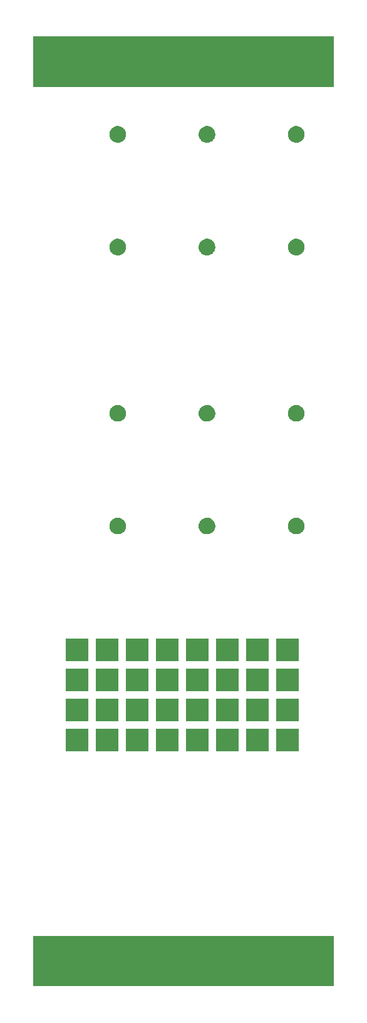
<source format=gbs>
G04 Layer: BottomSolderMaskLayer*
G04 EasyEDA v6.5.34, 2023-10-02 19:34:43*
G04 64a6683610fa45038fb05069313a4abf,5a6b42c53f6a479593ecc07194224c93,10*
G04 Gerber Generator version 0.2*
G04 Scale: 100 percent, Rotated: No, Reflected: No *
G04 Dimensions in millimeters *
G04 leading zeros omitted , absolute positions ,4 integer and 5 decimal *
%FSLAX45Y45*%
%MOMM*%

%ADD10O,6.6032126X3.4031936000000003*%

%LPD*%
G36*
X1140561Y10107574D02*
G01*
X1130909Y10106964D01*
X1121308Y10105491D01*
X1111859Y10103205D01*
X1102664Y10100157D01*
X1093774Y10096296D01*
X1085240Y10091674D01*
X1077163Y10086340D01*
X1073251Y10083444D01*
X1065936Y10077094D01*
X1062431Y10073741D01*
X1055979Y10066528D01*
X1050137Y10058755D01*
X1045006Y10050526D01*
X1042669Y10046258D01*
X1038656Y10037470D01*
X1035354Y10028326D01*
X1032916Y10018979D01*
X1031240Y10009428D01*
X1030427Y9999726D01*
X1030427Y9990074D01*
X1031240Y9980371D01*
X1032916Y9970820D01*
X1035354Y9961473D01*
X1038656Y9952329D01*
X1042669Y9943541D01*
X1047496Y9935108D01*
X1052982Y9927082D01*
X1059129Y9919614D01*
X1065936Y9912654D01*
X1073251Y9906355D01*
X1081125Y9900666D01*
X1089456Y9895738D01*
X1098194Y9891471D01*
X1107236Y9888016D01*
X1116584Y9885324D01*
X1126083Y9883495D01*
X1135735Y9882428D01*
X1145438Y9882225D01*
X1155090Y9882835D01*
X1164691Y9884308D01*
X1174140Y9886594D01*
X1183335Y9889642D01*
X1192225Y9893503D01*
X1200759Y9898126D01*
X1204874Y9900666D01*
X1212748Y9906355D01*
X1220063Y9912654D01*
X1226870Y9919614D01*
X1233017Y9927082D01*
X1238504Y9935108D01*
X1243330Y9943541D01*
X1247343Y9952329D01*
X1250645Y9961473D01*
X1253083Y9970820D01*
X1254760Y9980371D01*
X1255572Y9990074D01*
X1255572Y9999726D01*
X1254760Y10009428D01*
X1253083Y10018979D01*
X1250645Y10028326D01*
X1247343Y10037470D01*
X1243330Y10046258D01*
X1238504Y10054691D01*
X1233017Y10062718D01*
X1226870Y10070185D01*
X1223568Y10073741D01*
X1216456Y10080345D01*
X1212748Y10083444D01*
X1204874Y10089083D01*
X1196543Y10094061D01*
X1187805Y10098328D01*
X1178763Y10101783D01*
X1169416Y10104475D01*
X1159916Y10106304D01*
X1150264Y10107371D01*
G37*
G36*
X2347061Y10107574D02*
G01*
X2337409Y10106964D01*
X2327808Y10105491D01*
X2318359Y10103205D01*
X2309164Y10100157D01*
X2300274Y10096296D01*
X2291740Y10091674D01*
X2283663Y10086340D01*
X2279751Y10083444D01*
X2272436Y10077094D01*
X2268931Y10073741D01*
X2262479Y10066528D01*
X2256637Y10058755D01*
X2251506Y10050526D01*
X2249170Y10046258D01*
X2245156Y10037470D01*
X2241854Y10028326D01*
X2239416Y10018979D01*
X2237740Y10009428D01*
X2236927Y9999726D01*
X2236927Y9990074D01*
X2237740Y9980371D01*
X2239416Y9970820D01*
X2241854Y9961473D01*
X2245156Y9952329D01*
X2249170Y9943541D01*
X2253996Y9935108D01*
X2259482Y9927082D01*
X2265629Y9919614D01*
X2272436Y9912654D01*
X2279751Y9906355D01*
X2287625Y9900666D01*
X2295956Y9895738D01*
X2304694Y9891471D01*
X2313736Y9888016D01*
X2323084Y9885324D01*
X2332583Y9883495D01*
X2342235Y9882428D01*
X2351938Y9882225D01*
X2361590Y9882835D01*
X2371191Y9884308D01*
X2380640Y9886594D01*
X2389835Y9889642D01*
X2398725Y9893503D01*
X2407259Y9898126D01*
X2411374Y9900666D01*
X2419248Y9906355D01*
X2426563Y9912654D01*
X2433370Y9919614D01*
X2439517Y9927082D01*
X2445004Y9935108D01*
X2449830Y9943541D01*
X2453843Y9952329D01*
X2457145Y9961473D01*
X2459583Y9970820D01*
X2461260Y9980371D01*
X2462072Y9990074D01*
X2462072Y9999726D01*
X2461260Y10009428D01*
X2459583Y10018979D01*
X2457145Y10028326D01*
X2453843Y10037470D01*
X2449830Y10046258D01*
X2445004Y10054691D01*
X2439517Y10062718D01*
X2433370Y10070185D01*
X2430068Y10073741D01*
X2422956Y10080345D01*
X2419248Y10083444D01*
X2411374Y10089083D01*
X2403043Y10094061D01*
X2394305Y10098328D01*
X2385263Y10101783D01*
X2375916Y10104475D01*
X2366416Y10106304D01*
X2356764Y10107371D01*
G37*
G36*
X3553561Y10107574D02*
G01*
X3543909Y10106964D01*
X3534308Y10105491D01*
X3524859Y10103205D01*
X3515664Y10100157D01*
X3506774Y10096296D01*
X3498240Y10091674D01*
X3490163Y10086340D01*
X3486251Y10083444D01*
X3478936Y10077094D01*
X3475431Y10073741D01*
X3468979Y10066528D01*
X3463137Y10058755D01*
X3458006Y10050526D01*
X3455670Y10046258D01*
X3451656Y10037470D01*
X3448354Y10028326D01*
X3445916Y10018979D01*
X3444240Y10009428D01*
X3443427Y9999726D01*
X3443427Y9990074D01*
X3444240Y9980371D01*
X3445916Y9970820D01*
X3448354Y9961473D01*
X3451656Y9952329D01*
X3455670Y9943541D01*
X3460496Y9935108D01*
X3465982Y9927082D01*
X3472129Y9919614D01*
X3478936Y9912654D01*
X3486251Y9906355D01*
X3494125Y9900666D01*
X3502456Y9895738D01*
X3511194Y9891471D01*
X3520236Y9888016D01*
X3529584Y9885324D01*
X3539083Y9883495D01*
X3548735Y9882428D01*
X3558438Y9882225D01*
X3568090Y9882835D01*
X3577691Y9884308D01*
X3587140Y9886594D01*
X3596335Y9889642D01*
X3605225Y9893503D01*
X3613759Y9898126D01*
X3617874Y9900666D01*
X3625748Y9906355D01*
X3633063Y9912654D01*
X3639870Y9919614D01*
X3646017Y9927082D01*
X3651504Y9935108D01*
X3656329Y9943541D01*
X3660343Y9952329D01*
X3663645Y9961473D01*
X3666083Y9970820D01*
X3667760Y9980371D01*
X3668572Y9990074D01*
X3668572Y9999726D01*
X3667760Y10009428D01*
X3666083Y10018979D01*
X3663645Y10028326D01*
X3660343Y10037470D01*
X3656329Y10046258D01*
X3651504Y10054691D01*
X3646017Y10062718D01*
X3639870Y10070185D01*
X3636568Y10073741D01*
X3629456Y10080345D01*
X3625748Y10083444D01*
X3617874Y10089083D01*
X3609543Y10094061D01*
X3600805Y10098328D01*
X3591763Y10101783D01*
X3582415Y10104475D01*
X3572916Y10106304D01*
X3563264Y10107371D01*
G37*
G36*
X1140561Y11631574D02*
G01*
X1130909Y11630964D01*
X1121308Y11629491D01*
X1111859Y11627205D01*
X1102664Y11624157D01*
X1093774Y11620296D01*
X1085240Y11615674D01*
X1077163Y11610340D01*
X1073251Y11607444D01*
X1065936Y11601094D01*
X1062431Y11597741D01*
X1055979Y11590528D01*
X1050137Y11582755D01*
X1045006Y11574526D01*
X1042669Y11570258D01*
X1038656Y11561470D01*
X1035354Y11552326D01*
X1032916Y11542979D01*
X1031240Y11533428D01*
X1030427Y11523726D01*
X1030427Y11514074D01*
X1031240Y11504371D01*
X1032916Y11494820D01*
X1035354Y11485473D01*
X1038656Y11476329D01*
X1042669Y11467541D01*
X1047496Y11459108D01*
X1052982Y11451082D01*
X1059129Y11443614D01*
X1065936Y11436654D01*
X1073251Y11430355D01*
X1081125Y11424666D01*
X1089456Y11419738D01*
X1098194Y11415471D01*
X1107236Y11412016D01*
X1116584Y11409324D01*
X1126083Y11407495D01*
X1135735Y11406428D01*
X1145438Y11406225D01*
X1155090Y11406835D01*
X1164691Y11408308D01*
X1174140Y11410594D01*
X1183335Y11413642D01*
X1192225Y11417503D01*
X1200759Y11422126D01*
X1204874Y11424666D01*
X1212748Y11430355D01*
X1220063Y11436654D01*
X1226870Y11443614D01*
X1233017Y11451082D01*
X1238504Y11459108D01*
X1243330Y11467541D01*
X1247343Y11476329D01*
X1250645Y11485473D01*
X1253083Y11494820D01*
X1254760Y11504371D01*
X1255572Y11514074D01*
X1255572Y11523726D01*
X1254760Y11533428D01*
X1253083Y11542979D01*
X1250645Y11552326D01*
X1247343Y11561470D01*
X1243330Y11570258D01*
X1238504Y11578691D01*
X1233017Y11586718D01*
X1226870Y11594185D01*
X1223568Y11597741D01*
X1216456Y11604345D01*
X1212748Y11607444D01*
X1204874Y11613083D01*
X1196543Y11618061D01*
X1187805Y11622328D01*
X1178763Y11625783D01*
X1169416Y11628475D01*
X1159916Y11630304D01*
X1150264Y11631371D01*
G37*
G36*
X2347061Y11631574D02*
G01*
X2337409Y11630964D01*
X2327808Y11629491D01*
X2318359Y11627205D01*
X2309164Y11624157D01*
X2300274Y11620296D01*
X2291740Y11615674D01*
X2283663Y11610340D01*
X2279751Y11607444D01*
X2272436Y11601094D01*
X2268931Y11597741D01*
X2262479Y11590528D01*
X2256637Y11582755D01*
X2251506Y11574526D01*
X2249170Y11570258D01*
X2245156Y11561470D01*
X2241854Y11552326D01*
X2239416Y11542979D01*
X2237740Y11533428D01*
X2236927Y11523726D01*
X2236927Y11514074D01*
X2237740Y11504371D01*
X2239416Y11494820D01*
X2241854Y11485473D01*
X2245156Y11476329D01*
X2249170Y11467541D01*
X2253996Y11459108D01*
X2259482Y11451082D01*
X2265629Y11443614D01*
X2272436Y11436654D01*
X2279751Y11430355D01*
X2287625Y11424666D01*
X2295956Y11419738D01*
X2304694Y11415471D01*
X2313736Y11412016D01*
X2323084Y11409324D01*
X2332583Y11407495D01*
X2342235Y11406428D01*
X2351938Y11406225D01*
X2361590Y11406835D01*
X2371191Y11408308D01*
X2380640Y11410594D01*
X2389835Y11413642D01*
X2398725Y11417503D01*
X2407259Y11422126D01*
X2411374Y11424666D01*
X2419248Y11430355D01*
X2426563Y11436654D01*
X2433370Y11443614D01*
X2439517Y11451082D01*
X2445004Y11459108D01*
X2449830Y11467541D01*
X2453843Y11476329D01*
X2457145Y11485473D01*
X2459583Y11494820D01*
X2461260Y11504371D01*
X2462072Y11514074D01*
X2462072Y11523726D01*
X2461260Y11533428D01*
X2459583Y11542979D01*
X2457145Y11552326D01*
X2453843Y11561470D01*
X2449830Y11570258D01*
X2445004Y11578691D01*
X2439517Y11586718D01*
X2433370Y11594185D01*
X2430068Y11597741D01*
X2422956Y11604345D01*
X2419248Y11607444D01*
X2411374Y11613083D01*
X2403043Y11618061D01*
X2394305Y11622328D01*
X2385263Y11625783D01*
X2375916Y11628475D01*
X2366416Y11630304D01*
X2356764Y11631371D01*
G37*
G36*
X3553561Y11631574D02*
G01*
X3543909Y11630964D01*
X3534308Y11629491D01*
X3524859Y11627205D01*
X3515664Y11624157D01*
X3506774Y11620296D01*
X3498240Y11615674D01*
X3490163Y11610340D01*
X3486251Y11607444D01*
X3478936Y11601094D01*
X3475431Y11597741D01*
X3468979Y11590528D01*
X3463137Y11582755D01*
X3458006Y11574526D01*
X3455670Y11570258D01*
X3451656Y11561470D01*
X3448354Y11552326D01*
X3445916Y11542979D01*
X3444240Y11533428D01*
X3443427Y11523726D01*
X3443427Y11514074D01*
X3444240Y11504371D01*
X3445916Y11494820D01*
X3448354Y11485473D01*
X3451656Y11476329D01*
X3455670Y11467541D01*
X3460496Y11459108D01*
X3465982Y11451082D01*
X3472129Y11443614D01*
X3478936Y11436654D01*
X3486251Y11430355D01*
X3494125Y11424666D01*
X3502456Y11419738D01*
X3511194Y11415471D01*
X3520236Y11412016D01*
X3529584Y11409324D01*
X3539083Y11407495D01*
X3548735Y11406428D01*
X3558438Y11406225D01*
X3568090Y11406835D01*
X3577691Y11408308D01*
X3587140Y11410594D01*
X3596335Y11413642D01*
X3605225Y11417503D01*
X3613759Y11422126D01*
X3617874Y11424666D01*
X3625748Y11430355D01*
X3633063Y11436654D01*
X3639870Y11443614D01*
X3646017Y11451082D01*
X3651504Y11459108D01*
X3656329Y11467541D01*
X3660343Y11476329D01*
X3663645Y11485473D01*
X3666083Y11494820D01*
X3667760Y11504371D01*
X3668572Y11514074D01*
X3668572Y11523726D01*
X3667760Y11533428D01*
X3666083Y11542979D01*
X3663645Y11552326D01*
X3660343Y11561470D01*
X3656329Y11570258D01*
X3651504Y11578691D01*
X3646017Y11586718D01*
X3639870Y11594185D01*
X3636568Y11597741D01*
X3629456Y11604345D01*
X3625748Y11607444D01*
X3617874Y11613083D01*
X3609543Y11618061D01*
X3600805Y11622328D01*
X3591763Y11625783D01*
X3582415Y11628475D01*
X3572916Y11630304D01*
X3563264Y11631371D01*
G37*
G36*
X3553561Y7859674D02*
G01*
X3543909Y7859064D01*
X3534308Y7857591D01*
X3524859Y7855305D01*
X3515664Y7852257D01*
X3506774Y7848396D01*
X3498240Y7843774D01*
X3490163Y7838440D01*
X3486251Y7835544D01*
X3478936Y7829194D01*
X3475431Y7825841D01*
X3468979Y7818628D01*
X3463137Y7810855D01*
X3458006Y7802625D01*
X3455670Y7798358D01*
X3451656Y7789570D01*
X3448354Y7780426D01*
X3445916Y7771079D01*
X3444240Y7761528D01*
X3443427Y7751825D01*
X3443427Y7742174D01*
X3444240Y7732471D01*
X3445916Y7722920D01*
X3448354Y7713573D01*
X3451656Y7704429D01*
X3455670Y7695641D01*
X3460496Y7687208D01*
X3465982Y7679181D01*
X3472129Y7671714D01*
X3478936Y7664754D01*
X3486251Y7658455D01*
X3494125Y7652766D01*
X3502456Y7647838D01*
X3511194Y7643571D01*
X3520236Y7640116D01*
X3529584Y7637424D01*
X3539083Y7635595D01*
X3548735Y7634528D01*
X3558438Y7634325D01*
X3568090Y7634935D01*
X3577691Y7636408D01*
X3587140Y7638694D01*
X3596335Y7641742D01*
X3605225Y7645603D01*
X3613759Y7650225D01*
X3617874Y7652766D01*
X3625748Y7658455D01*
X3633063Y7664754D01*
X3639870Y7671714D01*
X3646017Y7679181D01*
X3651504Y7687208D01*
X3656329Y7695641D01*
X3660343Y7704429D01*
X3663645Y7713573D01*
X3666083Y7722920D01*
X3667760Y7732471D01*
X3668572Y7742174D01*
X3668572Y7751825D01*
X3667760Y7761528D01*
X3666083Y7771079D01*
X3663645Y7780426D01*
X3660343Y7789570D01*
X3656329Y7798358D01*
X3651504Y7806791D01*
X3646017Y7814818D01*
X3639870Y7822285D01*
X3636568Y7825841D01*
X3629456Y7832445D01*
X3625748Y7835544D01*
X3617874Y7841183D01*
X3609543Y7846161D01*
X3600805Y7850428D01*
X3591763Y7853883D01*
X3582415Y7856575D01*
X3572916Y7858404D01*
X3563264Y7859471D01*
G37*
G36*
X2347061Y7859674D02*
G01*
X2337409Y7859064D01*
X2327808Y7857591D01*
X2318359Y7855305D01*
X2309164Y7852257D01*
X2300274Y7848396D01*
X2291740Y7843774D01*
X2283663Y7838440D01*
X2279751Y7835544D01*
X2272436Y7829194D01*
X2268931Y7825841D01*
X2262479Y7818628D01*
X2256637Y7810855D01*
X2251506Y7802625D01*
X2249170Y7798358D01*
X2245156Y7789570D01*
X2241854Y7780426D01*
X2239416Y7771079D01*
X2237740Y7761528D01*
X2236927Y7751825D01*
X2236927Y7742174D01*
X2237740Y7732471D01*
X2239416Y7722920D01*
X2241854Y7713573D01*
X2245156Y7704429D01*
X2249170Y7695641D01*
X2253996Y7687208D01*
X2259482Y7679181D01*
X2265629Y7671714D01*
X2272436Y7664754D01*
X2279751Y7658455D01*
X2287625Y7652766D01*
X2295956Y7647838D01*
X2304694Y7643571D01*
X2313736Y7640116D01*
X2323084Y7637424D01*
X2332583Y7635595D01*
X2342235Y7634528D01*
X2351938Y7634325D01*
X2361590Y7634935D01*
X2371191Y7636408D01*
X2380640Y7638694D01*
X2389835Y7641742D01*
X2398725Y7645603D01*
X2407259Y7650225D01*
X2411374Y7652766D01*
X2419248Y7658455D01*
X2426563Y7664754D01*
X2433370Y7671714D01*
X2439517Y7679181D01*
X2445004Y7687208D01*
X2449830Y7695641D01*
X2453843Y7704429D01*
X2457145Y7713573D01*
X2459583Y7722920D01*
X2461260Y7732471D01*
X2462072Y7742174D01*
X2462072Y7751825D01*
X2461260Y7761528D01*
X2459583Y7771079D01*
X2457145Y7780426D01*
X2453843Y7789570D01*
X2449830Y7798358D01*
X2445004Y7806791D01*
X2439517Y7814818D01*
X2433370Y7822285D01*
X2430068Y7825841D01*
X2422956Y7832445D01*
X2419248Y7835544D01*
X2411374Y7841183D01*
X2403043Y7846161D01*
X2394305Y7850428D01*
X2385263Y7853883D01*
X2375916Y7856575D01*
X2366416Y7858404D01*
X2356764Y7859471D01*
G37*
G36*
X1140561Y7859674D02*
G01*
X1130909Y7859064D01*
X1121308Y7857591D01*
X1111859Y7855305D01*
X1102664Y7852257D01*
X1093774Y7848396D01*
X1085240Y7843774D01*
X1077163Y7838440D01*
X1073251Y7835544D01*
X1065936Y7829194D01*
X1062431Y7825841D01*
X1055979Y7818628D01*
X1050137Y7810855D01*
X1045006Y7802625D01*
X1042669Y7798358D01*
X1038656Y7789570D01*
X1035354Y7780426D01*
X1032916Y7771079D01*
X1031240Y7761528D01*
X1030427Y7751825D01*
X1030427Y7742174D01*
X1031240Y7732471D01*
X1032916Y7722920D01*
X1035354Y7713573D01*
X1038656Y7704429D01*
X1042669Y7695641D01*
X1047496Y7687208D01*
X1052982Y7679181D01*
X1059129Y7671714D01*
X1065936Y7664754D01*
X1073251Y7658455D01*
X1081125Y7652766D01*
X1089456Y7647838D01*
X1098194Y7643571D01*
X1107236Y7640116D01*
X1116584Y7637424D01*
X1126083Y7635595D01*
X1135735Y7634528D01*
X1145438Y7634325D01*
X1155090Y7634935D01*
X1164691Y7636408D01*
X1174140Y7638694D01*
X1183335Y7641742D01*
X1192225Y7645603D01*
X1200759Y7650225D01*
X1204874Y7652766D01*
X1212748Y7658455D01*
X1220063Y7664754D01*
X1226870Y7671714D01*
X1233017Y7679181D01*
X1238504Y7687208D01*
X1243330Y7695641D01*
X1247343Y7704429D01*
X1250645Y7713573D01*
X1253083Y7722920D01*
X1254760Y7732471D01*
X1255572Y7742174D01*
X1255572Y7751825D01*
X1254760Y7761528D01*
X1253083Y7771079D01*
X1250645Y7780426D01*
X1247343Y7789570D01*
X1243330Y7798358D01*
X1238504Y7806791D01*
X1233017Y7814818D01*
X1226870Y7822285D01*
X1223568Y7825841D01*
X1216456Y7832445D01*
X1212748Y7835544D01*
X1204874Y7841183D01*
X1196543Y7846161D01*
X1187805Y7850428D01*
X1178763Y7853883D01*
X1169416Y7856575D01*
X1159916Y7858404D01*
X1150264Y7859471D01*
G37*
G36*
X3553561Y6335674D02*
G01*
X3543909Y6335064D01*
X3534308Y6333591D01*
X3524859Y6331305D01*
X3515664Y6328257D01*
X3506774Y6324396D01*
X3498240Y6319774D01*
X3490163Y6314440D01*
X3486251Y6311544D01*
X3478936Y6305194D01*
X3475431Y6301841D01*
X3468979Y6294628D01*
X3463137Y6286855D01*
X3458006Y6278626D01*
X3455670Y6274358D01*
X3451656Y6265570D01*
X3448354Y6256426D01*
X3445916Y6247079D01*
X3444240Y6237528D01*
X3443427Y6227826D01*
X3443427Y6218174D01*
X3444240Y6208471D01*
X3445916Y6198920D01*
X3448354Y6189573D01*
X3451656Y6180429D01*
X3455670Y6171641D01*
X3460496Y6163208D01*
X3465982Y6155182D01*
X3472129Y6147714D01*
X3478936Y6140754D01*
X3486251Y6134455D01*
X3494125Y6128766D01*
X3502456Y6123838D01*
X3511194Y6119571D01*
X3520236Y6116116D01*
X3529584Y6113424D01*
X3539083Y6111595D01*
X3548735Y6110528D01*
X3558438Y6110325D01*
X3568090Y6110935D01*
X3577691Y6112408D01*
X3587140Y6114694D01*
X3596335Y6117742D01*
X3605225Y6121603D01*
X3613759Y6126226D01*
X3617874Y6128766D01*
X3625748Y6134455D01*
X3633063Y6140754D01*
X3639870Y6147714D01*
X3646017Y6155182D01*
X3651504Y6163208D01*
X3656329Y6171641D01*
X3660343Y6180429D01*
X3663645Y6189573D01*
X3666083Y6198920D01*
X3667760Y6208471D01*
X3668572Y6218174D01*
X3668572Y6227826D01*
X3667760Y6237528D01*
X3666083Y6247079D01*
X3663645Y6256426D01*
X3660343Y6265570D01*
X3656329Y6274358D01*
X3651504Y6282791D01*
X3646017Y6290818D01*
X3639870Y6298285D01*
X3636568Y6301841D01*
X3629456Y6308445D01*
X3625748Y6311544D01*
X3617874Y6317183D01*
X3609543Y6322161D01*
X3600805Y6326428D01*
X3591763Y6329883D01*
X3582415Y6332575D01*
X3572916Y6334404D01*
X3563264Y6335471D01*
G37*
G36*
X2347061Y6335674D02*
G01*
X2337409Y6335064D01*
X2327808Y6333591D01*
X2318359Y6331305D01*
X2309164Y6328257D01*
X2300274Y6324396D01*
X2291740Y6319774D01*
X2283663Y6314440D01*
X2279751Y6311544D01*
X2272436Y6305194D01*
X2268931Y6301841D01*
X2262479Y6294628D01*
X2256637Y6286855D01*
X2251506Y6278626D01*
X2249170Y6274358D01*
X2245156Y6265570D01*
X2241854Y6256426D01*
X2239416Y6247079D01*
X2237740Y6237528D01*
X2236927Y6227826D01*
X2236927Y6218174D01*
X2237740Y6208471D01*
X2239416Y6198920D01*
X2241854Y6189573D01*
X2245156Y6180429D01*
X2249170Y6171641D01*
X2253996Y6163208D01*
X2259482Y6155182D01*
X2265629Y6147714D01*
X2272436Y6140754D01*
X2279751Y6134455D01*
X2287625Y6128766D01*
X2295956Y6123838D01*
X2304694Y6119571D01*
X2313736Y6116116D01*
X2323084Y6113424D01*
X2332583Y6111595D01*
X2342235Y6110528D01*
X2351938Y6110325D01*
X2361590Y6110935D01*
X2371191Y6112408D01*
X2380640Y6114694D01*
X2389835Y6117742D01*
X2398725Y6121603D01*
X2407259Y6126226D01*
X2411374Y6128766D01*
X2419248Y6134455D01*
X2426563Y6140754D01*
X2433370Y6147714D01*
X2439517Y6155182D01*
X2445004Y6163208D01*
X2449830Y6171641D01*
X2453843Y6180429D01*
X2457145Y6189573D01*
X2459583Y6198920D01*
X2461260Y6208471D01*
X2462072Y6218174D01*
X2462072Y6227826D01*
X2461260Y6237528D01*
X2459583Y6247079D01*
X2457145Y6256426D01*
X2453843Y6265570D01*
X2449830Y6274358D01*
X2445004Y6282791D01*
X2439517Y6290818D01*
X2433370Y6298285D01*
X2430068Y6301841D01*
X2422956Y6308445D01*
X2419248Y6311544D01*
X2411374Y6317183D01*
X2403043Y6322161D01*
X2394305Y6326428D01*
X2385263Y6329883D01*
X2375916Y6332575D01*
X2366416Y6334404D01*
X2356764Y6335471D01*
G37*
G36*
X1140561Y6335674D02*
G01*
X1130909Y6335064D01*
X1121308Y6333591D01*
X1111859Y6331305D01*
X1102664Y6328257D01*
X1093774Y6324396D01*
X1085240Y6319774D01*
X1077163Y6314440D01*
X1073251Y6311544D01*
X1065936Y6305194D01*
X1062431Y6301841D01*
X1055979Y6294628D01*
X1050137Y6286855D01*
X1045006Y6278626D01*
X1042669Y6274358D01*
X1038656Y6265570D01*
X1035354Y6256426D01*
X1032916Y6247079D01*
X1031240Y6237528D01*
X1030427Y6227826D01*
X1030427Y6218174D01*
X1031240Y6208471D01*
X1032916Y6198920D01*
X1035354Y6189573D01*
X1038656Y6180429D01*
X1042669Y6171641D01*
X1047496Y6163208D01*
X1052982Y6155182D01*
X1059129Y6147714D01*
X1065936Y6140754D01*
X1073251Y6134455D01*
X1081125Y6128766D01*
X1089456Y6123838D01*
X1098194Y6119571D01*
X1107236Y6116116D01*
X1116584Y6113424D01*
X1126083Y6111595D01*
X1135735Y6110528D01*
X1145438Y6110325D01*
X1155090Y6110935D01*
X1164691Y6112408D01*
X1174140Y6114694D01*
X1183335Y6117742D01*
X1192225Y6121603D01*
X1200759Y6126226D01*
X1204874Y6128766D01*
X1212748Y6134455D01*
X1220063Y6140754D01*
X1226870Y6147714D01*
X1233017Y6155182D01*
X1238504Y6163208D01*
X1243330Y6171641D01*
X1247343Y6180429D01*
X1250645Y6189573D01*
X1253083Y6198920D01*
X1254760Y6208471D01*
X1255572Y6218174D01*
X1255572Y6227826D01*
X1254760Y6237528D01*
X1253083Y6247079D01*
X1250645Y6256426D01*
X1247343Y6265570D01*
X1243330Y6274358D01*
X1238504Y6282791D01*
X1233017Y6290818D01*
X1226870Y6298285D01*
X1223568Y6301841D01*
X1216456Y6308445D01*
X1212748Y6311544D01*
X1204874Y6317183D01*
X1196543Y6322161D01*
X1187805Y6326428D01*
X1178763Y6329883D01*
X1169416Y6332575D01*
X1159916Y6334404D01*
X1150264Y6335471D01*
G37*
D10*
G01*
X685800Y12573000D03*
G01*
X3378200Y330200D03*
G36*
X0Y12839700D02*
G01*
X4064000Y12839700D01*
X4064000Y12153900D01*
X0Y12153900D01*
G37*
G36*
X0Y673100D02*
G01*
X4064000Y673100D01*
X4064000Y0D01*
X0Y0D01*
G37*
G36*
X3289300Y4292600D02*
G01*
X3594100Y4292600D01*
X3594100Y3987800D01*
X3289300Y3987800D01*
G37*
G36*
X3289300Y4699000D02*
G01*
X3594100Y4699000D01*
X3594100Y4394200D01*
X3289300Y4394200D01*
G37*
G36*
X3289300Y3886200D02*
G01*
X3594100Y3886200D01*
X3594100Y3581400D01*
X3289300Y3581400D01*
G37*
G36*
X3289300Y3479800D02*
G01*
X3594100Y3479800D01*
X3594100Y3175000D01*
X3289300Y3175000D01*
G37*
G36*
X1663700Y3479800D02*
G01*
X1968500Y3479800D01*
X1968500Y3175000D01*
X1663700Y3175000D01*
G37*
G36*
X1663700Y3886200D02*
G01*
X1968500Y3886200D01*
X1968500Y3581400D01*
X1663700Y3581400D01*
G37*
G36*
X1663700Y4699000D02*
G01*
X1968500Y4699000D01*
X1968500Y4394200D01*
X1663700Y4394200D01*
G37*
G36*
X1663700Y4292600D02*
G01*
X1968500Y4292600D01*
X1968500Y3987800D01*
X1663700Y3987800D01*
G37*
G36*
X2070100Y4292600D02*
G01*
X2374900Y4292600D01*
X2374900Y3987800D01*
X2070100Y3987800D01*
G37*
G36*
X2070100Y4699000D02*
G01*
X2374900Y4699000D01*
X2374900Y4394200D01*
X2070100Y4394200D01*
G37*
G36*
X2070100Y3886200D02*
G01*
X2374900Y3886200D01*
X2374900Y3581400D01*
X2070100Y3581400D01*
G37*
G36*
X2070100Y3479800D02*
G01*
X2374900Y3479800D01*
X2374900Y3175000D01*
X2070100Y3175000D01*
G37*
G36*
X2882900Y3479800D02*
G01*
X3187700Y3479800D01*
X3187700Y3175000D01*
X2882900Y3175000D01*
G37*
G36*
X2882900Y3886200D02*
G01*
X3187700Y3886200D01*
X3187700Y3581400D01*
X2882900Y3581400D01*
G37*
G36*
X2882900Y4699000D02*
G01*
X3187700Y4699000D01*
X3187700Y4394200D01*
X2882900Y4394200D01*
G37*
G36*
X2882900Y4292600D02*
G01*
X3187700Y4292600D01*
X3187700Y3987800D01*
X2882900Y3987800D01*
G37*
G36*
X2476500Y4292600D02*
G01*
X2781300Y4292600D01*
X2781300Y3987800D01*
X2476500Y3987800D01*
G37*
G36*
X2476500Y4699000D02*
G01*
X2781300Y4699000D01*
X2781300Y4394200D01*
X2476500Y4394200D01*
G37*
G36*
X2476500Y3886200D02*
G01*
X2781300Y3886200D01*
X2781300Y3581400D01*
X2476500Y3581400D01*
G37*
G36*
X2476500Y3479800D02*
G01*
X2781300Y3479800D01*
X2781300Y3175000D01*
X2476500Y3175000D01*
G37*
G36*
X1257300Y3479800D02*
G01*
X1562100Y3479800D01*
X1562100Y3175000D01*
X1257300Y3175000D01*
G37*
G36*
X1257300Y3886200D02*
G01*
X1562100Y3886200D01*
X1562100Y3581400D01*
X1257300Y3581400D01*
G37*
G36*
X1257300Y4699000D02*
G01*
X1562100Y4699000D01*
X1562100Y4394200D01*
X1257300Y4394200D01*
G37*
G36*
X1257300Y4292600D02*
G01*
X1562100Y4292600D01*
X1562100Y3987800D01*
X1257300Y3987800D01*
G37*
G36*
X850900Y3479800D02*
G01*
X1155700Y3479800D01*
X1155700Y3175000D01*
X850900Y3175000D01*
G37*
G36*
X850900Y3886200D02*
G01*
X1155700Y3886200D01*
X1155700Y3581400D01*
X850900Y3581400D01*
G37*
G36*
X850900Y4699000D02*
G01*
X1155700Y4699000D01*
X1155700Y4394200D01*
X850900Y4394200D01*
G37*
G36*
X850900Y4292600D02*
G01*
X1155700Y4292600D01*
X1155700Y3987800D01*
X850900Y3987800D01*
G37*
G36*
X444500Y4292600D02*
G01*
X749300Y4292600D01*
X749300Y3987800D01*
X444500Y3987800D01*
G37*
G36*
X444500Y4699000D02*
G01*
X749300Y4699000D01*
X749300Y4394200D01*
X444500Y4394200D01*
G37*
G36*
X444500Y3886200D02*
G01*
X749300Y3886200D01*
X749300Y3581400D01*
X444500Y3581400D01*
G37*
G36*
X444500Y3479800D02*
G01*
X749300Y3479800D01*
X749300Y3175000D01*
X444500Y3175000D01*
G37*
M02*

</source>
